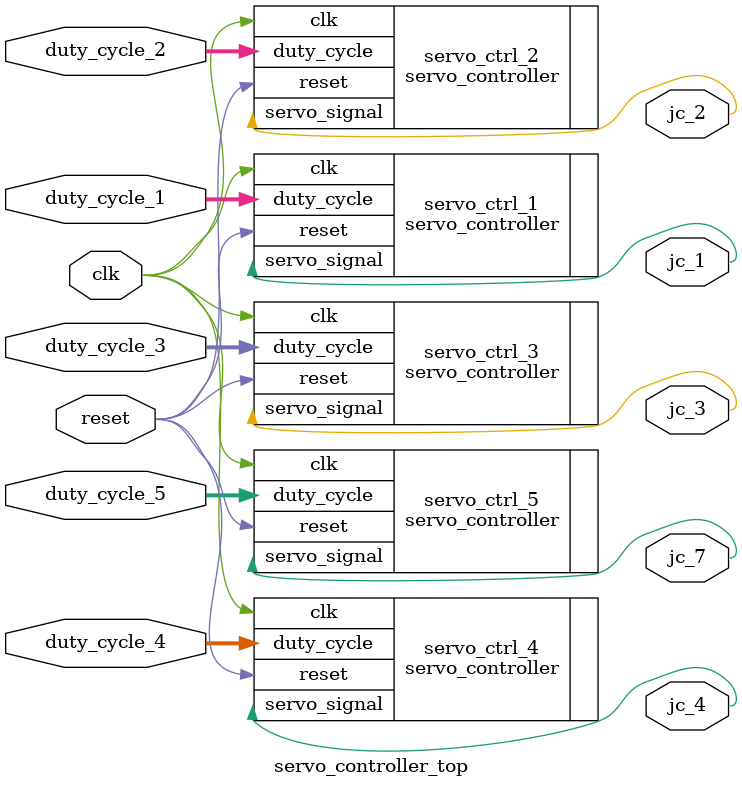
<source format=v>
module servo_controller_top (
    input clk,
    input reset,
    input [6:0] duty_cycle_1,
    input [6:0] duty_cycle_2,
    input [6:0] duty_cycle_3,
    input [6:0] duty_cycle_4,
    input [6:0] duty_cycle_5,
    output jc_1,
    output jc_2,
    output jc_3,
    output jc_4,
    output jc_7
);

// Instantiate the servo_controller modules for each motor
servo_controller servo_ctrl_1 (
    .clk(clk),
    .reset(reset),
    .duty_cycle(duty_cycle_1),
    .servo_signal(jc_1)
);

servo_controller servo_ctrl_2 (
    .clk(clk),
    .reset(reset),
    .duty_cycle(duty_cycle_2),
    .servo_signal(jc_2)
);

servo_controller servo_ctrl_3 (
    .clk(clk),
    .reset(reset),
    .duty_cycle(duty_cycle_3),
    .servo_signal(jc_3)
);

servo_controller servo_ctrl_4 (
    .clk(clk),
    .reset(reset),
    .duty_cycle(duty_cycle_4),
    .servo_signal(jc_4)
);

servo_controller servo_ctrl_5 (
    .clk(clk),
    .reset(reset),
    .duty_cycle(duty_cycle_5),
    .servo_signal(jc_7)
);

endmodule
</source>
